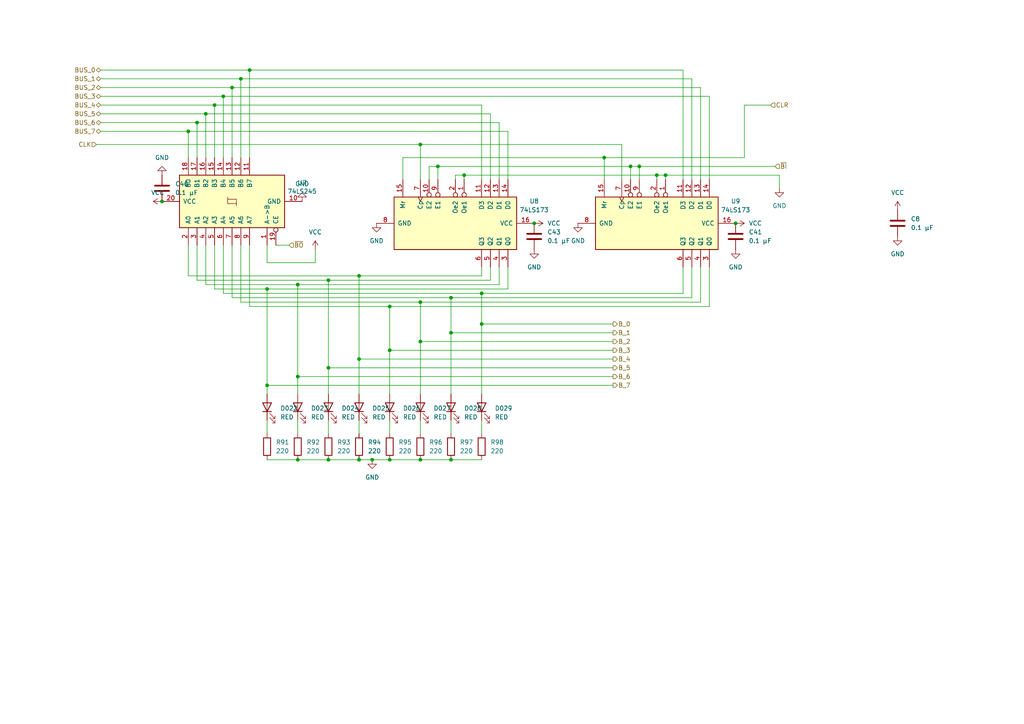
<source format=kicad_sch>
(kicad_sch (version 20250114) (generator "eeschema") (generator_version "9.0")
  (paper "A4")
  (title_block (title "8 bit PC") (date "2025-10-14") (rev "1"))
  (lib_symbols
    (symbol "74xx:74LS173" (pin_names (offset 1.016))
      (property "Reference" "U" (at -7.62 19.05 0))
      (property "Value" "74LS173" (at -7.62 -19.05 0))
      (symbol "74LS173_1_0"
        (pin input line (at -12.7 15.24 0) (length 5.08) (name "D0") (number "14"))
        (pin input line (at -12.7 12.7 0) (length 5.08) (name "D1") (number "13"))
        (pin input line (at -12.7 10.16 0) (length 5.08) (name "D2") (number "12"))
        (pin input line (at -12.7 7.62 0) (length 5.08) (name "D3") (number "11"))
        (pin input inverted (at -12.7 2.54 0) (length 5.08) (name "Oe1") (number "1"))
        (pin input inverted (at -12.7 0 0) (length 5.08) (name "Oe2") (number "2"))
        (pin input inverted (at -12.7 -5.08 0) (length 5.08) (name "E1") (number "9"))
        (pin input inverted (at -12.7 -7.62 0) (length 5.08) (name "E2") (number "10"))
        (pin input clock (at -12.7 -10.16 0) (length 5.08) (name "Cp") (number "7"))
        (pin input line (at -12.7 -15.24 0) (length 5.08) (name "Mr") (number "15"))
        (pin power_in line (at 0 22.86 270) (length 5.08) (name "VCC") (number "16"))
        (pin power_in line (at 0 -22.86 90) (length 5.08) (name "GND") (number "8"))
        (pin tri_state line (at 12.7 15.24 180) (length 5.08) (name "Q0") (number "3"))
        (pin tri_state line (at 12.7 12.7 180) (length 5.08) (name "Q1") (number "4"))
        (pin tri_state line (at 12.7 10.16 180) (length 5.08) (name "Q2") (number "5"))
        (pin tri_state line (at 12.7 7.62 180) (length 5.08) (name "Q3") (number "6"))
      )
      (symbol "74LS173_1_1"
        (rectangle (start -7.62 17.78) (end 7.62 -17.78) (stroke (width 0.254)) (fill (type background)))
      )
    )
    (symbol "74xx:74LS245" (pin_names (offset 1.016))
      (property "Reference" "U" (at -7.62 16.51 0))
      (property "Value" "74LS245" (at -7.62 -16.51 0))
      (symbol "74LS245_1_0"
        (polyline (pts (xy -1.27 -1.27) (xy 0.635 -1.27) (xy 0.635 1.27) (xy 1.27 1.27)))
        (polyline (pts (xy -0.635 -1.27) (xy -0.635 1.27) (xy 0.635 1.27)))
        (pin tri_state line (at -12.7 12.7 0) (length 5.08) (name "A0") (number "2"))
        (pin tri_state line (at -12.7 10.16 0) (length 5.08) (name "A1") (number "3"))
        (pin tri_state line (at -12.7 7.62 0) (length 5.08) (name "A2") (number "4"))
        (pin tri_state line (at -12.7 5.08 0) (length 5.08) (name "A3") (number "5"))
        (pin tri_state line (at -12.7 2.54 0) (length 5.08) (name "A4") (number "6"))
        (pin tri_state line (at -12.7 0 0) (length 5.08) (name "A5") (number "7"))
        (pin tri_state line (at -12.7 -2.54 0) (length 5.08) (name "A6") (number "8"))
        (pin tri_state line (at -12.7 -5.08 0) (length 5.08) (name "A7") (number "9"))
        (pin input line (at -12.7 -10.16 0) (length 5.08) (name "A->B") (number "1"))
        (pin input inverted (at -12.7 -12.7 0) (length 5.08) (name "CE") (number "19"))
        (pin power_in line (at 0 20.32 270) (length 5.08) (name "VCC") (number "20"))
        (pin power_in line (at 0 -20.32 90) (length 5.08) (name "GND") (number "10"))
        (pin tri_state line (at 12.7 12.7 180) (length 5.08) (name "B0") (number "18"))
        (pin tri_state line (at 12.7 10.16 180) (length 5.08) (name "B1") (number "17"))
        (pin tri_state line (at 12.7 7.62 180) (length 5.08) (name "B2") (number "16"))
        (pin tri_state line (at 12.7 5.08 180) (length 5.08) (name "B3") (number "15"))
        (pin tri_state line (at 12.7 2.54 180) (length 5.08) (name "B4") (number "14"))
        (pin tri_state line (at 12.7 0 180) (length 5.08) (name "B5") (number "13"))
        (pin tri_state line (at 12.7 -2.54 180) (length 5.08) (name "B6") (number "12"))
        (pin tri_state line (at 12.7 -5.08 180) (length 5.08) (name "B7") (number "11"))
      )
      (symbol "74LS245_1_1"
        (rectangle (start -7.62 15.24) (end 7.62 -15.24) (stroke (width 0.254)) (fill (type background)))
      )
    )
    (symbol "Device:C" (pin_numbers (hide yes)) (pin_names (offset 0.254))
      (property "Reference" "C" (at 0.635 2.54 0))
      (property "Value" "C" (at 0.635 -2.54 0))
      (symbol "C_0_1"
        (polyline (pts (xy -2.032 0.762) (xy 2.032 0.762)) (stroke (width 0.508)))
        (polyline (pts (xy -2.032 -0.762) (xy 2.032 -0.762)) (stroke (width 0.508)))
      )
      (symbol "C_1_1"
        (pin passive line (at 0 3.81 270) (length 2.794) (name "~") (number "1"))
        (pin passive line (at 0 -3.81 90) (length 2.794) (name "~") (number "2"))
      )
    )
    (symbol "Device:LED" (pin_numbers (hide yes)) (pin_names (offset 1.016) (hide yes))
      (property "Reference" "D" (at 0 2.54 0))
      (property "Value" "LED" (at 0 -2.54 0))
      (symbol "LED_0_1"
        (polyline (pts (xy -3.048 -0.762) (xy -4.572 -2.286) (xy -3.81 -2.286) (xy -4.572 -2.286) (xy -4.572 -1.524)))
        (polyline (pts (xy -1.778 -0.762) (xy -3.302 -2.286) (xy -2.54 -2.286) (xy -3.302 -2.286) (xy -3.302 -1.524)))
        (polyline (pts (xy -1.27 0) (xy 1.27 0)))
        (polyline (pts (xy -1.27 -1.27) (xy -1.27 1.27)) (stroke (width 0.254)))
        (polyline (pts (xy 1.27 -1.27) (xy 1.27 1.27) (xy -1.27 0) (xy 1.27 -1.27)) (stroke (width 0.254)))
      )
      (symbol "LED_1_1"
        (pin passive line (at -3.81 0 0) (length 2.54) (name "K") (number "1"))
        (pin passive line (at 3.81 0 180) (length 2.54) (name "A") (number "2"))
      )
    )
    (symbol "Device:R" (pin_numbers (hide yes)) (pin_names (offset 0))
      (property "Reference" "R" (at 2.032 0 90))
      (property "Value" "R" (at 0 0 90))
      (symbol "R_0_1"
        (rectangle (start -1.016 -2.54) (end 1.016 2.54) (stroke (width 0.254)))
      )
      (symbol "R_1_1"
        (pin passive line (at 0 3.81 270) (length 1.27) (name "~") (number "1"))
        (pin passive line (at 0 -3.81 90) (length 1.27) (name "~") (number "2"))
      )
    )
    (symbol "power:GND" (power) (pin_numbers (hide yes)) (pin_names (offset 0) (hide yes))
      (property "Value" "GND" (at 0 -3.81 0))
      (symbol "GND_0_1"
        (polyline (pts (xy 0 0) (xy 0 -1.27) (xy 1.27 -1.27) (xy 0 -2.54) (xy -1.27 -1.27) (xy 0 -1.27)))
      )
      (symbol "GND_1_1"
        (pin power_in line (at 0 0 270) (length 0) (name "~") (number "1"))
      )
    )
    (symbol "power:VCC" (power) (pin_numbers (hide yes)) (pin_names (offset 0) (hide yes))
      (property "Value" "VCC" (at 0 3.556 0))
      (symbol "VCC_0_1"
        (polyline (pts (xy -0.762 1.27) (xy 0 2.54)))
        (polyline (pts (xy 0 2.54) (xy 0.762 1.27)))
        (polyline (pts (xy 0 0) (xy 0 2.54)))
      )
      (symbol "VCC_1_1"
        (pin power_in line (at 0 0 90) (length 0) (name "~") (number "1"))
      )
    )
  )
  (junction (at 95.25 133.35))
  (junction (at 57.15 35.56))
  (junction (at 46.99 58.42))
  (junction (at 185.42 48.26))
  (junction (at 121.92 41.91))
  (junction (at 54.61 38.1))
  (junction (at 175.26 45.72))
  (junction (at 86.36 82.55))
  (junction (at 86.36 133.35))
  (junction (at 113.03 88.9))
  (junction (at 86.36 109.22))
  (junction (at 121.92 87.63))
  (junction (at 67.31 25.4))
  (junction (at 107.95 133.35))
  (junction (at 104.14 133.35))
  (junction (at 134.62 50.8))
  (junction (at 121.92 99.06))
  (junction (at 193.04 50.8))
  (junction (at 121.92 133.35))
  (junction (at 113.03 101.6))
  (junction (at 104.14 80.01))
  (junction (at 130.81 133.35))
  (junction (at 72.39 20.32))
  (junction (at 95.25 106.68))
  (junction (at 104.14 104.14))
  (junction (at 127 48.26))
  (junction (at 139.7 85.09))
  (junction (at 69.85 22.86))
  (junction (at 182.88 48.26))
  (junction (at 213.36 64.77))
  (junction (at 59.69 33.02))
  (junction (at 95.25 81.28))
  (junction (at 190.5 50.8))
  (junction (at 130.81 96.52))
  (junction (at 130.81 86.36))
  (junction (at 154.94 64.77))
  (junction (at 62.23 30.48))
  (junction (at 77.47 111.76))
  (junction (at 64.77 27.94))
  (junction (at 139.7 93.98))
  (junction (at 77.47 83.82))
  (junction (at 113.03 133.35))
  (wire (pts (xy 72.39 20.32) (xy 72.39 45.72)))
  (wire (pts (xy 139.7 85.09) (xy 198.12 85.09)))
  (wire (pts (xy 104.14 104.14) (xy 177.8 104.14)))
  (wire (pts (xy 77.47 83.82) (xy 147.32 83.82)))
  (wire (pts (xy 139.7 80.01) (xy 104.14 80.01)))
  (wire (pts (xy 130.81 86.36) (xy 130.81 96.52)))
  (wire (pts (xy 69.85 87.63) (xy 121.92 87.63)))
  (wire (pts (xy 57.15 81.28) (xy 95.25 81.28)))
  (wire (pts (xy 144.78 35.56) (xy 144.78 52.07)))
  (wire (pts (xy 139.7 121.92) (xy 139.7 125.73)))
  (wire (pts (xy 147.32 77.47) (xy 147.32 83.82)))
  (wire (pts (xy 121.92 133.35) (xy 130.81 133.35)))
  (wire (pts (xy 57.15 35.56) (xy 57.15 45.72)))
  (wire (pts (xy 121.92 99.06) (xy 177.8 99.06)))
  (wire (pts (xy 29.21 30.48) (xy 62.23 30.48)))
  (wire (pts (xy 86.36 133.35) (xy 95.25 133.35)))
  (wire (pts (xy 177.8 93.98) (xy 139.7 93.98)))
  (wire (pts (xy 193.04 50.8) (xy 193.04 52.07)))
  (wire (pts (xy 62.23 30.48) (xy 62.23 45.72)))
  (wire (pts (xy 113.03 101.6) (xy 113.03 114.3)))
  (wire (pts (xy 147.32 38.1) (xy 147.32 52.07)))
  (wire (pts (xy 59.69 71.12) (xy 59.69 82.55)))
  (wire (pts (xy 130.81 133.35) (xy 139.7 133.35)))
  (wire (pts (xy 64.77 27.94) (xy 205.74 27.94)))
  (wire (pts (xy 190.5 50.8) (xy 190.5 52.07)))
  (wire (pts (xy 177.8 96.52) (xy 130.81 96.52)))
  (wire (pts (xy 29.21 33.02) (xy 59.69 33.02)))
  (wire (pts (xy 203.2 77.47) (xy 203.2 87.63)))
  (wire (pts (xy 95.25 106.68) (xy 95.25 81.28)))
  (wire (pts (xy 77.47 121.92) (xy 77.47 125.73)))
  (wire (pts (xy 29.21 25.4) (xy 67.31 25.4)))
  (wire (pts (xy 62.23 83.82) (xy 77.47 83.82)))
  (wire (pts (xy 142.24 33.02) (xy 142.24 52.07)))
  (wire (pts (xy 72.39 88.9) (xy 113.03 88.9)))
  (wire (pts (xy 198.12 77.47) (xy 198.12 85.09)))
  (wire (pts (xy 113.03 88.9) (xy 113.03 101.6)))
  (wire (pts (xy 113.03 101.6) (xy 177.8 101.6)))
  (wire (pts (xy 203.2 25.4) (xy 203.2 52.07)))
  (wire (pts (xy 185.42 48.26) (xy 185.42 52.07)))
  (wire (pts (xy 69.85 22.86) (xy 200.66 22.86)))
  (wire (pts (xy 205.74 27.94) (xy 205.74 52.07)))
  (wire (pts (xy 121.92 41.91) (xy 180.34 41.91)))
  (wire (pts (xy 130.81 121.92) (xy 130.81 125.73)))
  (wire (pts (xy 127 48.26) (xy 124.46 48.26)))
  (wire (pts (xy 80.01 71.12) (xy 83.82 71.12)))
  (wire (pts (xy 142.24 77.47) (xy 142.24 81.28)))
  (wire (pts (xy 86.36 82.55) (xy 144.78 82.55)))
  (wire (pts (xy 86.36 82.55) (xy 86.36 109.22)))
  (wire (pts (xy 175.26 45.72) (xy 175.26 52.07)))
  (wire (pts (xy 29.21 20.32) (xy 72.39 20.32)))
  (wire (pts (xy 69.85 71.12) (xy 69.85 87.63)))
  (wire (pts (xy 54.61 38.1) (xy 147.32 38.1)))
  (wire (pts (xy 59.69 33.02) (xy 142.24 33.02)))
  (wire (pts (xy 29.21 35.56) (xy 57.15 35.56)))
  (wire (pts (xy 107.95 133.35) (xy 113.03 133.35)))
  (wire (pts (xy 64.77 27.94) (xy 64.77 45.72)))
  (wire (pts (xy 29.21 22.86) (xy 69.85 22.86)))
  (wire (pts (xy 198.12 20.32) (xy 198.12 52.07)))
  (wire (pts (xy 77.47 111.76) (xy 77.47 114.3)))
  (wire (pts (xy 175.26 45.72) (xy 215.9 45.72)))
  (wire (pts (xy 57.15 71.12) (xy 57.15 81.28)))
  (wire (pts (xy 224.79 48.26) (xy 185.42 48.26)))
  (wire (pts (xy 67.31 71.12) (xy 67.31 86.36)))
  (wire (pts (xy 95.25 106.68) (xy 95.25 114.3)))
  (wire (pts (xy 116.84 45.72) (xy 175.26 45.72)))
  (wire (pts (xy 95.25 81.28) (xy 142.24 81.28)))
  (wire (pts (xy 180.34 52.07) (xy 180.34 41.91)))
  (wire (pts (xy 95.25 106.68) (xy 177.8 106.68)))
  (wire (pts (xy 59.69 33.02) (xy 59.69 45.72)))
  (wire (pts (xy 226.06 50.8) (xy 226.06 54.61)))
  (wire (pts (xy 190.5 50.8) (xy 193.04 50.8)))
  (wire (pts (xy 124.46 48.26) (xy 124.46 52.07)))
  (wire (pts (xy 67.31 25.4) (xy 203.2 25.4)))
  (wire (pts (xy 134.62 50.8) (xy 134.62 52.07)))
  (wire (pts (xy 113.03 121.92) (xy 113.03 125.73)))
  (wire (pts (xy 86.36 121.92) (xy 86.36 125.73)))
  (wire (pts (xy 86.36 109.22) (xy 86.36 114.3)))
  (wire (pts (xy 72.39 20.32) (xy 198.12 20.32)))
  (wire (pts (xy 57.15 35.56) (xy 144.78 35.56)))
  (wire (pts (xy 215.9 30.48) (xy 223.52 30.48)))
  (wire (pts (xy 77.47 76.2) (xy 91.44 76.2)))
  (wire (pts (xy 67.31 25.4) (xy 67.31 45.72)))
  (wire (pts (xy 130.81 86.36) (xy 200.66 86.36)))
  (wire (pts (xy 130.81 96.52) (xy 130.81 114.3)))
  (wire (pts (xy 193.04 50.8) (xy 226.06 50.8)))
  (wire (pts (xy 95.25 121.92) (xy 95.25 125.73)))
  (wire (pts (xy 29.21 27.94) (xy 64.77 27.94)))
  (wire (pts (xy 67.31 86.36) (xy 130.81 86.36)))
  (wire (pts (xy 182.88 48.26) (xy 127 48.26)))
  (wire (pts (xy 95.25 133.35) (xy 104.14 133.35)))
  (wire (pts (xy 127 48.26) (xy 127 52.07)))
  (wire (pts (xy 62.23 71.12) (xy 62.23 83.82)))
  (wire (pts (xy 185.42 48.26) (xy 182.88 48.26)))
  (wire (pts (xy 200.66 22.86) (xy 200.66 52.07)))
  (wire (pts (xy 77.47 83.82) (xy 77.47 111.76)))
  (wire (pts (xy 200.66 77.47) (xy 200.66 86.36)))
  (wire (pts (xy 177.8 111.76) (xy 77.47 111.76)))
  (wire (pts (xy 77.47 71.12) (xy 77.47 76.2)))
  (wire (pts (xy 54.61 71.12) (xy 54.61 80.01)))
  (wire (pts (xy 132.08 52.07) (xy 132.08 50.8)))
  (wire (pts (xy 77.47 133.35) (xy 86.36 133.35)))
  (wire (pts (xy 132.08 50.8) (xy 134.62 50.8)))
  (wire (pts (xy 121.92 41.91) (xy 121.92 52.07)))
  (wire (pts (xy 59.69 82.55) (xy 86.36 82.55)))
  (wire (pts (xy 104.14 80.01) (xy 104.14 104.14)))
  (wire (pts (xy 69.85 22.86) (xy 69.85 45.72)))
  (wire (pts (xy 215.9 45.72) (xy 215.9 30.48)))
  (wire (pts (xy 72.39 71.12) (xy 72.39 88.9)))
  (wire (pts (xy 121.92 87.63) (xy 203.2 87.63)))
  (wire (pts (xy 113.03 133.35) (xy 121.92 133.35)))
  (wire (pts (xy 54.61 38.1) (xy 54.61 45.72)))
  (wire (pts (xy 139.7 30.48) (xy 139.7 52.07)))
  (wire (pts (xy 104.14 104.14) (xy 104.14 114.3)))
  (wire (pts (xy 64.77 85.09) (xy 139.7 85.09)))
  (wire (pts (xy 104.14 133.35) (xy 107.95 133.35)))
  (wire (pts (xy 139.7 80.01) (xy 139.7 77.47)))
  (wire (pts (xy 205.74 77.47) (xy 205.74 88.9)))
  (wire (pts (xy 139.7 85.09) (xy 139.7 93.98)))
  (wire (pts (xy 139.7 93.98) (xy 139.7 114.3)))
  (wire (pts (xy 62.23 30.48) (xy 139.7 30.48)))
  (wire (pts (xy 144.78 77.47) (xy 144.78 82.55)))
  (wire (pts (xy 121.92 99.06) (xy 121.92 87.63)))
  (wire (pts (xy 29.21 38.1) (xy 54.61 38.1)))
  (wire (pts (xy 27.94 41.91) (xy 121.92 41.91)))
  (wire (pts (xy 177.8 109.22) (xy 86.36 109.22)))
  (wire (pts (xy 121.92 99.06) (xy 121.92 114.3)))
  (wire (pts (xy 64.77 71.12) (xy 64.77 85.09)))
  (wire (pts (xy 104.14 121.92) (xy 104.14 125.73)))
  (wire (pts (xy 134.62 50.8) (xy 190.5 50.8)))
  (wire (pts (xy 182.88 48.26) (xy 182.88 52.07)))
  (wire (pts (xy 91.44 76.2) (xy 91.44 72.39)))
  (wire (pts (xy 54.61 80.01) (xy 104.14 80.01)))
  (wire (pts (xy 113.03 88.9) (xy 205.74 88.9)))
  (wire (pts (xy 121.92 121.92) (xy 121.92 125.73)))
  (wire (pts (xy 116.84 52.07) (xy 116.84 45.72)))
  (hierarchical_label "CLK" (shape input) (at 27.94 41.91 180))
  (hierarchical_label "~{BO}" (shape input) (at 83.82 71.12 0))
  (hierarchical_label "BUS_3" (shape bidirectional) (at 29.21 27.94 180))
  (hierarchical_label "BUS_6" (shape bidirectional) (at 29.21 35.56 180))
  (hierarchical_label "CLR" (shape input) (at 223.52 30.48 0))
  (hierarchical_label "BUS_7" (shape bidirectional) (at 29.21 38.1 180))
  (hierarchical_label "B_5" (shape output) (at 177.8 106.68 0))
  (hierarchical_label "BUS_4" (shape bidirectional) (at 29.21 30.48 180))
  (hierarchical_label "BUS_2" (shape bidirectional) (at 29.21 25.4 180))
  (hierarchical_label "BUS_0" (shape bidirectional) (at 29.21 20.32 180))
  (hierarchical_label "B_2" (shape output) (at 177.8 99.06 0))
  (hierarchical_label "B_4" (shape output) (at 177.8 104.14 0))
  (hierarchical_label "B_6" (shape output) (at 177.8 109.22 0))
  (hierarchical_label "B_3" (shape output) (at 177.8 101.6 0))
  (hierarchical_label "B_0" (shape output) (at 177.8 93.98 0))
  (hierarchical_label "BUS_1" (shape bidirectional) (at 29.21 22.86 180))
  (hierarchical_label "BUS_5" (shape bidirectional) (at 29.21 33.02 180))
  (hierarchical_label "B_1" (shape output) (at 177.8 96.52 0))
  (hierarchical_label "B_7" (shape output) (at 177.8 111.76 0))
  (hierarchical_label "~{BI}" (shape input) (at 224.79 48.26 0))
  (symbol (lib_id "Device:R") (at 130.81 129.54 0) (unit 1)
    (property "Reference" "R97" (at 133.35 128.2699 0) (effects (justify left)))
    (property "Value" "220" (at 133.35 130.8099 0) (effects (justify left)))
    (property "Footprint" "Resistor_THT:R_Axial_DIN0207_L6.3mm_D2.5mm_P7.62mm_Horizontal" (effects (hide yes)))
    (property "Description" "Resistor" (effects (hide yes)))
  )
  (symbol (lib_id "power:VCC") (at 213.36 64.77 270) (unit 1)
    (property "Reference" "#PWR0134" (effects (hide yes)))
    (property "Value" "VCC" (at 217.17 64.7699 90) (effects (justify left)))
    (property "Description" "Power symbol creates a global label with name \"VCC\"" (effects (hide yes)))
  )
  (symbol (lib_id "Device:R") (at 139.7 129.54 0) (unit 1)
    (property "Reference" "R98" (at 142.24 128.2699 0) (effects (justify left)))
    (property "Value" "220" (at 142.24 130.8099 0) (effects (justify left)))
    (property "Footprint" "Resistor_THT:R_Axial_DIN0207_L6.3mm_D2.5mm_P7.62mm_Horizontal" (effects (hide yes)))
    (property "Description" "Resistor" (effects (hide yes)))
  )
  (symbol (lib_id "Device:LED") (at 113.03 118.11 90) (unit 1)
    (property "Reference" "D026" (at 116.84 118.4274 90) (effects (justify right)))
    (property "Value" "RED" (at 116.84 120.9674 90) (effects (justify right)))
    (property "Footprint" "LED_THT:LED_D3.0mm" (effects (hide yes)))
    (property "Description" "Light emitting diode" (effects (hide yes)))
    (property "Sim.Pins" "1=K 2=A" (effects (hide yes)))
  )
  (symbol (lib_id "power:GND") (at 213.36 72.39 0) (unit 1)
    (property "Reference" "#PWR0179" (effects (hide yes)))
    (property "Value" "GND" (at 213.36 77.47 0))
    (property "Description" "Power symbol creates a global label with name \"GND\" , ground" (effects (hide yes)))
  )
  (symbol (lib_id "power:GND") (at 46.99 50.8 180) (unit 1)
    (property "Reference" "#PWR0177" (effects (hide yes)))
    (property "Value" "GND" (at 46.99 45.72 0))
    (property "Description" "Power symbol creates a global label with name \"GND\" , ground" (effects (hide yes)))
  )
  (symbol (lib_id "Device:C") (at 154.94 68.58 0) (unit 1)
    (property "Reference" "C43" (at 158.75 67.3099 0) (effects (justify left)))
    (property "Value" "0.1 µF" (at 158.75 69.8499 0) (effects (justify left)))
    (property "Footprint" "Capacitor_THT:C_Radial_D5.0mm_H5.0mm_P2.00mm" (effects (hide yes)))
    (property "Description" "Unpolarized capacitor" (effects (hide yes)))
  )
  (symbol (lib_id "power:GND") (at 87.63 58.42 180) (unit 1)
    (property "Reference" "#PWR0137" (effects (hide yes)))
    (property "Value" "GND" (at 87.63 53.34 0))
    (property "Description" "Power symbol creates a global label with name \"GND\" , ground" (effects (hide yes)))
  )
  (symbol (lib_id "Device:LED") (at 95.25 118.11 90) (unit 1)
    (property "Reference" "D024" (at 99.06 118.4274 90) (effects (justify right)))
    (property "Value" "RED" (at 99.06 120.9674 90) (effects (justify right)))
    (property "Footprint" "LED_THT:LED_D3.0mm" (effects (hide yes)))
    (property "Description" "Light emitting diode" (effects (hide yes)))
    (property "Sim.Pins" "1=K 2=A" (effects (hide yes)))
  )
  (symbol (lib_id "Device:LED") (at 86.36 118.11 90) (unit 1)
    (property "Reference" "D023" (at 90.17 118.4274 90) (effects (justify right)))
    (property "Value" "RED" (at 90.17 120.9674 90) (effects (justify right)))
    (property "Footprint" "LED_THT:LED_D3.0mm" (effects (hide yes)))
    (property "Description" "Light emitting diode" (effects (hide yes)))
    (property "Sim.Pins" "1=K 2=A" (effects (hide yes)))
  )
  (symbol (lib_id "74xx:74LS245") (at 67.31 58.42 90) (unit 1)
    (property "Reference" "U7" (at 87.63 52.9746 90))
    (property "Value" "74LS245" (at 87.63 55.5146 90))
    (property "Footprint" "Custom:DIP254P762X508-20" (effects (hide yes)))
    (property "Datasheet" "http://www.ti.com/lit/gpn/sn74LS245" (effects (hide yes)))
    (property "Description" "Octal BUS Transceivers, 3-State outputs" (effects (hide yes)))
  )
  (symbol (lib_id "power:GND") (at 167.64 64.77 0) (unit 1)
    (property "Reference" "#PWR0135" (effects (hide yes)))
    (property "Value" "GND" (at 167.64 69.85 0))
    (property "Description" "Power symbol creates a global label with name \"GND\" , ground" (effects (hide yes)))
  )
  (symbol (lib_id "Device:C") (at 213.36 68.58 0) (unit 1)
    (property "Reference" "C41" (at 217.17 67.3099 0) (effects (justify left)))
    (property "Value" "0.1 µF" (at 217.17 69.8499 0) (effects (justify left)))
    (property "Footprint" "Capacitor_THT:C_Radial_D5.0mm_H5.0mm_P2.00mm" (effects (hide yes)))
    (property "Description" "Unpolarized capacitor" (effects (hide yes)))
  )
  (symbol (lib_id "power:GND") (at 107.95 133.35 0) (unit 1)
    (property "Reference" "#PWR0129" (effects (hide yes)))
    (property "Value" "GND" (at 107.95 138.4467 0))
    (property "Description" "Power symbol creates a global label with name \"GND\" , ground" (effects (hide yes)))
  )
  (symbol (lib_id "Device:C") (at 260.35 64.77 0) (unit 1)
    (property "Reference" "C8" (at 264.16 63.4999 0) (effects (justify left)))
    (property "Value" "0.1 µF" (at 264.16 66.0399 0) (effects (justify left)))
    (property "Footprint" "Capacitor_THT:C_Radial_D5.0mm_H5.0mm_P2.00mm" (effects (hide yes)))
    (property "Description" "Unpolarized capacitor" (effects (hide yes)))
  )
  (symbol (lib_id "Device:LED") (at 121.92 118.11 90) (unit 1)
    (property "Reference" "D027" (at 125.73 118.4274 90) (effects (justify right)))
    (property "Value" "RED" (at 125.73 120.9674 90) (effects (justify right)))
    (property "Footprint" "LED_THT:LED_D3.0mm" (effects (hide yes)))
    (property "Description" "Light emitting diode" (effects (hide yes)))
    (property "Sim.Pins" "1=K 2=A" (effects (hide yes)))
  )
  (symbol (lib_id "power:VCC") (at 260.35 60.96 0) (unit 1)
    (property "Reference" "#PWR012" (effects (hide yes)))
    (property "Value" "VCC" (at 260.35 55.88 0))
    (property "Description" "Power symbol creates a global label with name \"VCC\"" (effects (hide yes)))
  )
  (symbol (lib_id "Device:R") (at 95.25 129.54 0) (unit 1)
    (property "Reference" "R93" (at 97.79 128.2699 0) (effects (justify left)))
    (property "Value" "220" (at 97.79 130.8099 0) (effects (justify left)))
    (property "Footprint" "Resistor_THT:R_Axial_DIN0207_L6.3mm_D2.5mm_P7.62mm_Horizontal" (effects (hide yes)))
    (property "Description" "Resistor" (effects (hide yes)))
  )
  (symbol (lib_id "Device:R") (at 77.47 129.54 0) (unit 1)
    (property "Reference" "R91" (at 80.01 128.2699 0) (effects (justify left)))
    (property "Value" "220" (at 80.01 130.8099 0) (effects (justify left)))
    (property "Footprint" "Resistor_THT:R_Axial_DIN0207_L6.3mm_D2.5mm_P7.62mm_Horizontal" (effects (hide yes)))
    (property "Description" "Resistor" (effects (hide yes)))
  )
  (symbol (lib_id "Device:LED") (at 77.47 118.11 90) (unit 1)
    (property "Reference" "D022" (at 81.28 118.4274 90) (effects (justify right)))
    (property "Value" "RED" (at 81.28 120.9674 90) (effects (justify right)))
    (property "Footprint" "LED_THT:LED_D3.0mm" (effects (hide yes)))
    (property "Description" "Light emitting diode" (effects (hide yes)))
    (property "Sim.Pins" "1=K 2=A" (effects (hide yes)))
  )
  (symbol (lib_id "power:VCC") (at 91.44 72.39 0) (unit 1)
    (property "Reference" "#PWR011" (effects (hide yes)))
    (property "Value" "VCC" (at 91.44 67.31 0))
    (property "Description" "Power symbol creates a global label with name \"VCC\"" (effects (hide yes)))
  )
  (symbol (lib_id "power:GND") (at 226.06 54.61 0) (unit 1)
    (property "Reference" "#PWR010" (effects (hide yes)))
    (property "Value" "GND" (at 226.06 59.69 0))
    (property "Description" "Power symbol creates a global label with name \"GND\" , ground" (effects (hide yes)))
  )
  (symbol (lib_id "power:GND") (at 154.94 72.39 0) (unit 1)
    (property "Reference" "#PWR0178" (effects (hide yes)))
    (property "Value" "GND" (at 154.94 77.47 0))
    (property "Description" "Power symbol creates a global label with name \"GND\" , ground" (effects (hide yes)))
  )
  (symbol (lib_id "Device:R") (at 104.14 129.54 0) (unit 1)
    (property "Reference" "R94" (at 106.68 128.2699 0) (effects (justify left)))
    (property "Value" "220" (at 106.68 130.8099 0) (effects (justify left)))
    (property "Footprint" "Resistor_THT:R_Axial_DIN0207_L6.3mm_D2.5mm_P7.62mm_Horizontal" (effects (hide yes)))
    (property "Description" "Resistor" (effects (hide yes)))
  )
  (symbol (lib_id "74xx:74LS173") (at 132.08 64.77 270) (unit 1)
    (property "Reference" "U8" (at 154.94 58.3498 90))
    (property "Value" "74LS173" (at 154.94 60.8898 90))
    (property "Footprint" "Custom:SN74LS173AN" (effects (hide yes)))
    (property "Datasheet" "http://www.ti.com/lit/gpn/sn74LS173" (effects (hide yes)))
    (property "Description" "4-bit D-type Register, 3 state out" (effects (hide yes)))
  )
  (symbol (lib_id "74xx:74LS173") (at 190.5 64.77 270) (unit 1)
    (property "Reference" "U9" (at 213.36 58.3498 90))
    (property "Value" "74LS173" (at 213.36 60.8898 90))
    (property "Footprint" "Custom:SN74LS173AN" (effects (hide yes)))
    (property "Datasheet" "http://www.ti.com/lit/gpn/sn74LS173" (effects (hide yes)))
    (property "Description" "4-bit D-type Register, 3 state out" (effects (hide yes)))
  )
  (symbol (lib_id "Device:LED") (at 104.14 118.11 90) (unit 1)
    (property "Reference" "D025" (at 107.95 118.4274 90) (effects (justify right)))
    (property "Value" "RED" (at 107.95 120.9674 90) (effects (justify right)))
    (property "Footprint" "LED_THT:LED_D3.0mm" (effects (hide yes)))
    (property "Description" "Light emitting diode" (effects (hide yes)))
    (property "Sim.Pins" "1=K 2=A" (effects (hide yes)))
  )
  (symbol (lib_id "Device:R") (at 121.92 129.54 0) (unit 1)
    (property "Reference" "R96" (at 124.46 128.2699 0) (effects (justify left)))
    (property "Value" "220" (at 124.46 130.8099 0) (effects (justify left)))
    (property "Footprint" "Resistor_THT:R_Axial_DIN0207_L6.3mm_D2.5mm_P7.62mm_Horizontal" (effects (hide yes)))
    (property "Description" "Resistor" (effects (hide yes)))
  )
  (symbol (lib_id "power:VCC") (at 46.99 58.42 90) (unit 1)
    (property "Reference" "#PWR0132" (effects (hide yes)))
    (property "Value" "VCC" (at 45.72 55.88 90))
    (property "Description" "Power symbol creates a global label with name \"VCC\"" (effects (hide yes)))
  )
  (symbol (lib_id "power:GND") (at 260.35 68.58 0) (unit 1)
    (property "Reference" "#PWR013" (effects (hide yes)))
    (property "Value" "GND" (at 260.35 73.66 0))
    (property "Description" "Power symbol creates a global label with name \"GND\" , ground" (effects (hide yes)))
  )
  (symbol (lib_id "Device:LED") (at 130.81 118.11 90) (unit 1)
    (property "Reference" "D028" (at 134.62 118.4274 90) (effects (justify right)))
    (property "Value" "RED" (at 134.62 120.9674 90) (effects (justify right)))
    (property "Footprint" "LED_THT:LED_D3.0mm" (effects (hide yes)))
    (property "Description" "Light emitting diode" (effects (hide yes)))
    (property "Sim.Pins" "1=K 2=A" (effects (hide yes)))
  )
  (symbol (lib_id "Device:R") (at 113.03 129.54 0) (unit 1)
    (property "Reference" "R95" (at 115.57 128.2699 0) (effects (justify left)))
    (property "Value" "220" (at 115.57 130.8099 0) (effects (justify left)))
    (property "Footprint" "Resistor_THT:R_Axial_DIN0207_L6.3mm_D2.5mm_P7.62mm_Horizontal" (effects (hide yes)))
    (property "Description" "Resistor" (effects (hide yes)))
  )
  (symbol (lib_id "Device:C") (at 46.99 54.61 0) (unit 1)
    (property "Reference" "C46" (at 50.8 53.3399 0) (effects (justify left)))
    (property "Value" "0.1 µF" (at 50.8 55.8799 0) (effects (justify left)))
    (property "Footprint" "Capacitor_THT:C_Radial_D5.0mm_H5.0mm_P2.00mm" (effects (hide yes)))
    (property "Description" "Unpolarized capacitor" (effects (hide yes)))
  )
  (symbol (lib_id "Device:LED") (at 139.7 118.11 90) (unit 1)
    (property "Reference" "D029" (at 143.51 118.4274 90) (effects (justify right)))
    (property "Value" "RED" (at 143.51 120.9674 90) (effects (justify right)))
    (property "Footprint" "LED_THT:LED_D3.0mm" (effects (hide yes)))
    (property "Description" "Light emitting diode" (effects (hide yes)))
    (property "Sim.Pins" "1=K 2=A" (effects (hide yes)))
  )
  (symbol (lib_id "power:GND") (at 109.22 64.77 0) (unit 1)
    (property "Reference" "#PWR0136" (effects (hide yes)))
    (property "Value" "GND" (at 109.22 69.85 0))
    (property "Description" "Power symbol creates a global label with name \"GND\" , ground" (effects (hide yes)))
  )
  (symbol (lib_id "power:VCC") (at 154.94 64.77 270) (unit 1)
    (property "Reference" "#PWR0133" (effects (hide yes)))
    (property "Value" "VCC" (at 158.75 64.7699 90) (effects (justify left)))
    (property "Description" "Power symbol creates a global label with name \"VCC\"" (effects (hide yes)))
  )
  (symbol (lib_id "Device:R") (at 86.36 129.54 0) (unit 1)
    (property "Reference" "R92" (at 88.9 128.2699 0) (effects (justify left)))
    (property "Value" "220" (at 88.9 130.8099 0) (effects (justify left)))
    (property "Footprint" "Resistor_THT:R_Axial_DIN0207_L6.3mm_D2.5mm_P7.62mm_Horizontal" (effects (hide yes)))
    (property "Description" "Resistor" (effects (hide yes)))
  )
)
</source>
